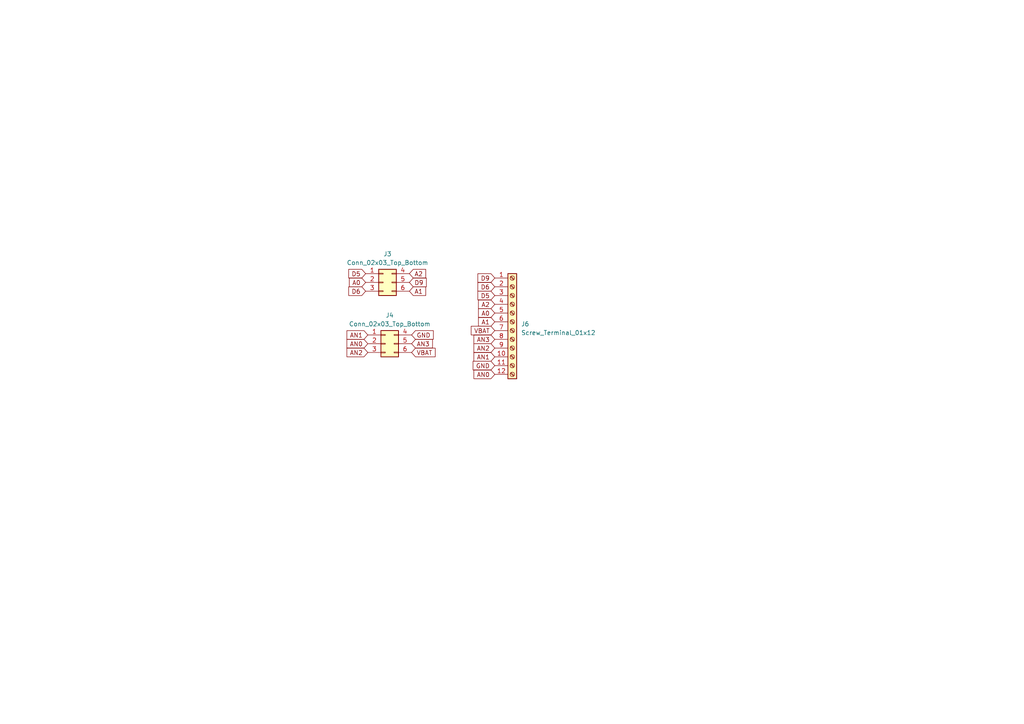
<source format=kicad_sch>
(kicad_sch (version 20230121) (generator eeschema)
  (paper "A4")
  (lib_symbols
    (symbol "Connector:Screw_Terminal_01x12" (pin_names (offset 1.016) hide)
      (property "Reference" "J" (at 0 15.24 0))
      (property "Value" "Screw_Terminal_01x12" (at 0 -17.78 0))
      (symbol "Screw_Terminal_01x12_1_1"
        (rectangle (start -1.27 13.97) (end 1.27 -16.51) (stroke (width 0.254)) (fill (type background)))
        (circle (center 0 -15.24) (radius 0.635) (stroke (width 0.1524)))
        (circle (center 0 -12.7) (radius 0.635) (stroke (width 0.1524)))
        (circle (center 0 -10.16) (radius 0.635) (stroke (width 0.1524)))
        (circle (center 0 -7.62) (radius 0.635) (stroke (width 0.1524)))
        (circle (center 0 -5.08) (radius 0.635) (stroke (width 0.1524)))
        (circle (center 0 -2.54) (radius 0.635) (stroke (width 0.1524)))
        (polyline (pts (xy -0.5334 -14.9098) (xy 0.3302 -15.748)) (stroke (width 0.1524)))
        (polyline (pts (xy -0.5334 -12.3698) (xy 0.3302 -13.208)) (stroke (width 0.1524)))
        (polyline (pts (xy -0.5334 -9.8298) (xy 0.3302 -10.668)) (stroke (width 0.1524)))
        (polyline (pts (xy -0.5334 -7.2898) (xy 0.3302 -8.128)) (stroke (width 0.1524)))
        (polyline (pts (xy -0.5334 -4.7498) (xy 0.3302 -5.588)) (stroke (width 0.1524)))
        (polyline (pts (xy -0.5334 -2.2098) (xy 0.3302 -3.048)) (stroke (width 0.1524)))
        (polyline (pts (xy -0.5334 0.3302) (xy 0.3302 -0.508)) (stroke (width 0.1524)))
        (polyline (pts (xy -0.5334 2.8702) (xy 0.3302 2.032)) (stroke (width 0.1524)))
        (polyline (pts (xy -0.5334 5.4102) (xy 0.3302 4.572)) (stroke (width 0.1524)))
        (polyline (pts (xy -0.5334 7.9502) (xy 0.3302 7.112)) (stroke (width 0.1524)))
        (polyline (pts (xy -0.5334 10.4902) (xy 0.3302 9.652)) (stroke (width 0.1524)))
        (polyline (pts (xy -0.5334 13.0302) (xy 0.3302 12.192)) (stroke (width 0.1524)))
        (polyline (pts (xy -0.3556 -14.732) (xy 0.508 -15.5702)) (stroke (width 0.1524)))
        (polyline (pts (xy -0.3556 -12.192) (xy 0.508 -13.0302)) (stroke (width 0.1524)))
        (polyline (pts (xy -0.3556 -9.652) (xy 0.508 -10.4902)) (stroke (width 0.1524)))
        (polyline (pts (xy -0.3556 -7.112) (xy 0.508 -7.9502)) (stroke (width 0.1524)))
        (polyline (pts (xy -0.3556 -4.572) (xy 0.508 -5.4102)) (stroke (width 0.1524)))
        (polyline (pts (xy -0.3556 -2.032) (xy 0.508 -2.8702)) (stroke (width 0.1524)))
        (polyline (pts (xy -0.3556 0.508) (xy 0.508 -0.3302)) (stroke (width 0.1524)))
        (polyline (pts (xy -0.3556 3.048) (xy 0.508 2.2098)) (stroke (width 0.1524)))
        (polyline (pts (xy -0.3556 5.588) (xy 0.508 4.7498)) (stroke (width 0.1524)))
        (polyline (pts (xy -0.3556 8.128) (xy 0.508 7.2898)) (stroke (width 0.1524)))
        (polyline (pts (xy -0.3556 10.668) (xy 0.508 9.8298)) (stroke (width 0.1524)))
        (polyline (pts (xy -0.3556 13.208) (xy 0.508 12.3698)) (stroke (width 0.1524)))
        (circle (center 0 0) (radius 0.635) (stroke (width 0.1524)))
        (circle (center 0 2.54) (radius 0.635) (stroke (width 0.1524)))
        (circle (center 0 5.08) (radius 0.635) (stroke (width 0.1524)))
        (circle (center 0 7.62) (radius 0.635) (stroke (width 0.1524)))
        (circle (center 0 10.16) (radius 0.635) (stroke (width 0.1524)))
        (circle (center 0 12.7) (radius 0.635) (stroke (width 0.1524)))
        (pin passive line (at -5.08 12.7 0) (length 3.81) (name "Pin_1") (number "1"))
        (pin passive line (at -5.08 -10.16 0) (length 3.81) (name "Pin_10") (number "10"))
        (pin passive line (at -5.08 -12.7 0) (length 3.81) (name "Pin_11") (number "11"))
        (pin passive line (at -5.08 -15.24 0) (length 3.81) (name "Pin_12") (number "12"))
        (pin passive line (at -5.08 10.16 0) (length 3.81) (name "Pin_2") (number "2"))
        (pin passive line (at -5.08 7.62 0) (length 3.81) (name "Pin_3") (number "3"))
        (pin passive line (at -5.08 5.08 0) (length 3.81) (name "Pin_4") (number "4"))
        (pin passive line (at -5.08 2.54 0) (length 3.81) (name "Pin_5") (number "5"))
        (pin passive line (at -5.08 0 0) (length 3.81) (name "Pin_6") (number "6"))
        (pin passive line (at -5.08 -2.54 0) (length 3.81) (name "Pin_7") (number "7"))
        (pin passive line (at -5.08 -5.08 0) (length 3.81) (name "Pin_8") (number "8"))
        (pin passive line (at -5.08 -7.62 0) (length 3.81) (name "Pin_9") (number "9"))
      )
    )
    (symbol "Connector_Generic:Conn_02x03_Top_Bottom" (pin_names (offset 1.016) hide)
      (property "Reference" "J" (at 1.27 5.08 0))
      (property "Value" "Conn_02x03_Top_Bottom" (at 1.27 -5.08 0))
      (symbol "Conn_02x03_Top_Bottom_1_1"
        (rectangle (start -1.27 -2.413) (end 0 -2.667) (stroke (width 0.1524)))
        (rectangle (start -1.27 0.127) (end 0 -0.127) (stroke (width 0.1524)))
        (rectangle (start -1.27 2.667) (end 0 2.413) (stroke (width 0.1524)))
        (rectangle (start -1.27 3.81) (end 3.81 -3.81) (stroke (width 0.254)) (fill (type background)))
        (rectangle (start 3.81 -2.413) (end 2.54 -2.667) (stroke (width 0.1524)))
        (rectangle (start 3.81 0.127) (end 2.54 -0.127) (stroke (width 0.1524)))
        (rectangle (start 3.81 2.667) (end 2.54 2.413) (stroke (width 0.1524)))
        (pin passive line (at -5.08 2.54 0) (length 3.81) (name "Pin_1") (number "1"))
        (pin passive line (at -5.08 0 0) (length 3.81) (name "Pin_2") (number "2"))
        (pin passive line (at -5.08 -2.54 0) (length 3.81) (name "Pin_3") (number "3"))
        (pin passive line (at 7.62 2.54 180) (length 3.81) (name "Pin_4") (number "4"))
        (pin passive line (at 7.62 0 180) (length 3.81) (name "Pin_5") (number "5"))
        (pin passive line (at 7.62 -2.54 180) (length 3.81) (name "Pin_6") (number "6"))
      )
    )
  )
  (global_label "A2" (shape input) (at 143.51 88.265 180) (property "Intersheetrefs" "${INTERSHEET_REFS}" (effects hide)))
  (global_label "AN2" (shape input) (at 106.68 102.235 180) (property "Intersheetrefs" "${INTERSHEET_REFS}" (effects hide)))
  (global_label "D9" (shape input) (at 118.745 81.915 0) (property "Intersheetrefs" "${INTERSHEET_REFS}" (effects hide)))
  (global_label "A0" (shape input) (at 143.51 90.805 180) (property "Intersheetrefs" "${INTERSHEET_REFS}" (effects hide)))
  (global_label "A1" (shape input) (at 143.51 93.345 180) (property "Intersheetrefs" "${INTERSHEET_REFS}" (effects hide)))
  (global_label "GND" (shape input) (at 119.38 97.155 0) (property "Intersheetrefs" "${INTERSHEET_REFS}" (effects hide)))
  (global_label "VBAT" (shape input) (at 143.51 95.885 180) (property "Intersheetrefs" "${INTERSHEET_REFS}" (effects hide)))
  (global_label "AN0" (shape input) (at 106.68 99.695 180) (property "Intersheetrefs" "${INTERSHEET_REFS}" (effects hide)))
  (global_label "A0" (shape input) (at 106.045 81.915 180) (property "Intersheetrefs" "${INTERSHEET_REFS}" (effects hide)))
  (global_label "A2" (shape input) (at 118.745 79.375 0) (property "Intersheetrefs" "${INTERSHEET_REFS}" (effects hide)))
  (global_label "D9" (shape input) (at 143.51 80.645 180) (property "Intersheetrefs" "${INTERSHEET_REFS}" (effects hide)))
  (global_label "AN3" (shape input) (at 143.51 98.425 180) (property "Intersheetrefs" "${INTERSHEET_REFS}" (effects hide)))
  (global_label "D6" (shape input) (at 143.51 83.185 180) (property "Intersheetrefs" "${INTERSHEET_REFS}" (effects hide)))
  (global_label "GND" (shape input) (at 143.51 106.045 180) (property "Intersheetrefs" "${INTERSHEET_REFS}" (effects hide)))
  (global_label "AN0" (shape input) (at 143.51 108.585 180) (property "Intersheetrefs" "${INTERSHEET_REFS}" (effects hide)))
  (global_label "D6" (shape input) (at 106.045 84.455 180) (property "Intersheetrefs" "${INTERSHEET_REFS}" (effects hide)))
  (global_label "A1" (shape input) (at 118.745 84.455 0) (property "Intersheetrefs" "${INTERSHEET_REFS}" (effects hide)))
  (global_label "AN1" (shape input) (at 143.51 103.505 180) (property "Intersheetrefs" "${INTERSHEET_REFS}" (effects hide)))
  (global_label "AN1" (shape input) (at 106.68 97.155 180) (property "Intersheetrefs" "${INTERSHEET_REFS}" (effects hide)))
  (global_label "D5" (shape input) (at 106.045 79.375 180) (property "Intersheetrefs" "${INTERSHEET_REFS}" (effects hide)))
  (global_label "D5" (shape input) (at 143.51 85.725 180) (property "Intersheetrefs" "${INTERSHEET_REFS}" (effects hide)))
  (global_label "VBAT" (shape input) (at 119.38 102.235 0) (property "Intersheetrefs" "${INTERSHEET_REFS}" (effects hide)))
  (global_label "AN3" (shape input) (at 119.38 99.695 0) (property "Intersheetrefs" "${INTERSHEET_REFS}" (effects hide)))
  (global_label "AN2" (shape input) (at 143.51 100.965 180) (property "Intersheetrefs" "${INTERSHEET_REFS}" (effects hide)))
  (symbol (lib_id "Connector:Screw_Terminal_01x12") (at 148.59 93.345 0) (unit 1)
    (property "Reference" "J6" (at 151.13 93.98 0) (effects (justify left)))
    (property "Value" "Screw_Terminal_01x12" (at 151.13 96.52 0) (effects (justify left)))
    (property "Footprint" "Connector_Phoenix_MSTB:PhoenixContact_MSTBA_2,5_12-G-5,08_1x12_P5.08mm_Horizontal" (effects hide))
  )
  (symbol (lib_id "Connector_Generic:Conn_02x03_Top_Bottom") (at 111.76 99.695 0) (unit 1)
    (property "Reference" "J4" (at 113.03 91.44 0))
    (property "Value" "Conn_02x03_Top_Bottom" (at 113.03 93.98 0))
    (property "Footprint" "Connector_PinSocket_2.54mm:PinSocket_2x03_P2.54mm_Vertical" (effects hide))
  )
  (symbol (lib_id "Connector_Generic:Conn_02x03_Top_Bottom") (at 111.125 81.915 0) (unit 1)
    (property "Reference" "J3" (at 112.395 73.66 0))
    (property "Value" "Conn_02x03_Top_Bottom" (at 112.395 76.2 0))
    (property "Footprint" "Connector_PinSocket_2.54mm:PinSocket_2x03_P2.54mm_Vertical" (effects hide))
  )
)
</source>
